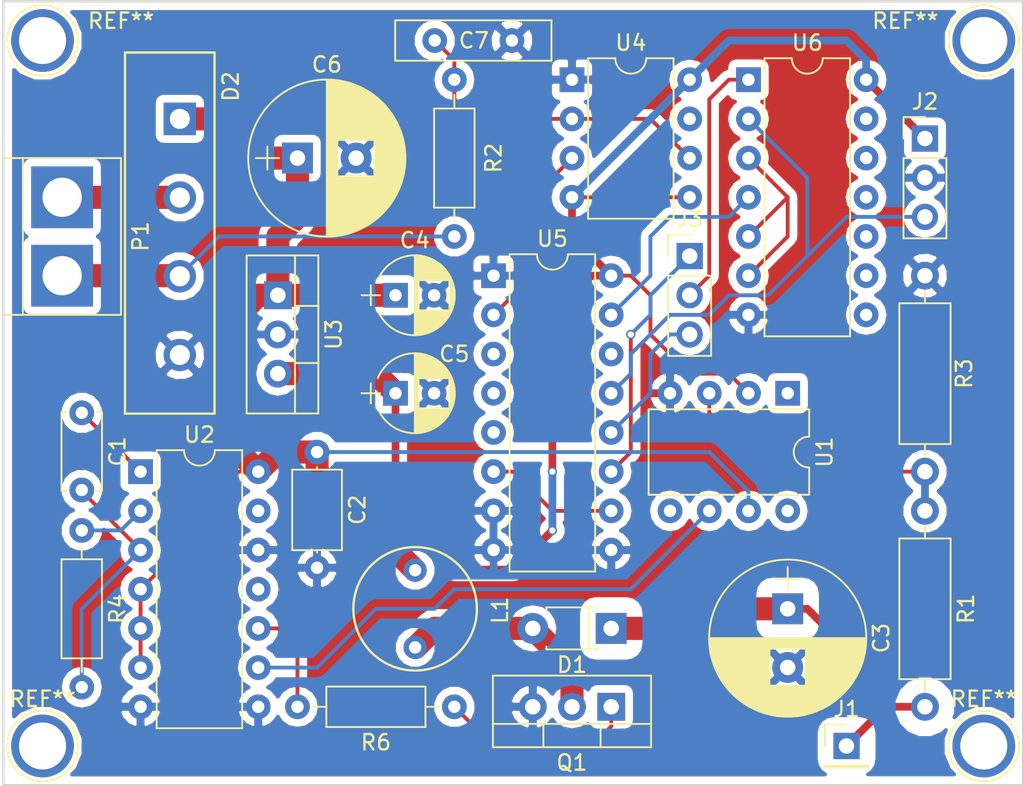
<source format=kicad_pcb>
(kicad_pcb (version 4) (host pcbnew 4.0.6)
  (layers (0 F.Cu signal) (31 B.Cu signal) (34 B.Paste user hide) (35 F.Paste user) (36 B.SilkS user hide) (37 F.SilkS user) (38 B.Mask user hide) (39 F.Mask user hide) (44 Edge.Cuts user))
  (net 0 "")
  (net 1 "Net-(C1-Pad1)")
  (net 2 "Net-(C1-Pad2)")
  (net 3 +12V)
  (net 4 GND)
  (net 5 +5V)
  (net 6 "Net-(D1-Pad2)")
  (net 7 -12VA)
  (net 8 +12VA)
  (net 9 /PPS/CLK_OUT)
  (net 10 "Net-(Q1-Pad1)")
  (net 11 "Net-(R1-Pad1)")
  (net 12 "Net-(R4-Pad1)")
  (net 13 "Net-(R6-Pad2)")
  (net 14 "Net-(U1-Pad1)")
  (net 15 "Net-(U1-Pad5)")
  (net 16 "Net-(U1-Pad6)")
  (net 17 "Net-(U2-Pad11)")
  (net 18 "Net-(U2-Pad13)")
  (net 19 "Net-(U5-Pad10)")
  (net 20 "Net-(U5-Pad3)")
  (net 21 "Net-(U5-Pad4)")
  (net 22 "Net-(U6-Pad3)")
  (net 23 "Net-(J3-Pad1)")
  (net 24 "Net-(J3-Pad2)")
  (net 25 "Net-(J3-Pad3)")
  (net 26 "Net-(U4-Pad3)")
  (net 27 "Net-(U4-Pad7)")
  (net 28 "Net-(U5-Pad5)")
  (net 29 "Net-(U5-Pad14)")
  (net 30 "Net-(U5-Pad15)")
  (net 31 +240V)
  (net 32 "Net-(C7-Pad1)")
  (module Housings_DIP:DIP-14_W7.62mm (layer F.Cu) (at 129.54 88.9)
    (fp_text reference U6 (at 3.81 -2.39) (layer F.SilkS))
    (fp_text value 4011)
    (pad 1 thru_hole rect (at 0 0) (size 1.6 1.6) (drill 0.8) (layers *.Cu *.Mask) (net 24 "Net-(J3-Pad2)"))
    (pad 8 thru_hole oval (at 7.62 15.24) (size 1.6 1.6) (drill 0.8) (layers *.Cu *.Mask))
    (pad 2 thru_hole oval (at 0 2.54) (size 1.6 1.6) (drill 0.8) (layers *.Cu *.Mask) (net 9 /PPS/CLK_OUT))
    (pad 9 thru_hole oval (at 7.62 12.7) (size 1.6 1.6) (drill 0.8) (layers *.Cu *.Mask))
    (pad 3 thru_hole oval (at 0 5.08) (size 1.6 1.6) (drill 0.8) (layers *.Cu *.Mask) (net 22 "Net-(U6-Pad3)"))
    (pad 10 thru_hole oval (at 7.62 10.16) (size 1.6 1.6) (drill 0.8) (layers *.Cu *.Mask))
    (pad 4 thru_hole oval (at 0 7.62) (size 1.6 1.6) (drill 0.8) (layers *.Cu *.Mask) (net 30 "Net-(U5-Pad15)"))
    (pad 11 thru_hole oval (at 7.62 7.62) (size 1.6 1.6) (drill 0.8) (layers *.Cu *.Mask))
    (pad 5 thru_hole oval (at 0 10.16) (size 1.6 1.6) (drill 0.8) (layers *.Cu *.Mask) (net 22 "Net-(U6-Pad3)"))
    (pad 12 thru_hole oval (at 7.62 5.08) (size 1.6 1.6) (drill 0.8) (layers *.Cu *.Mask))
    (pad 6 thru_hole oval (at 0 12.7) (size 1.6 1.6) (drill 0.8) (layers *.Cu *.Mask) (net 22 "Net-(U6-Pad3)"))
    (pad 13 thru_hole oval (at 7.62 2.54) (size 1.6 1.6) (drill 0.8) (layers *.Cu *.Mask))
    (pad 7 thru_hole oval (at 0 15.24) (size 1.6 1.6) (drill 0.8) (layers *.Cu *.Mask) (net 4 GND))
    (pad 14 thru_hole oval (at 7.62 0) (size 1.6 1.6) (drill 0.8) (layers *.Cu *.Mask) (net 5 +5V))
  )
  (module Housings_DIP:DIP-16_W7.62mm (layer F.Cu) (at 113.03 101.6)
    (fp_text reference U5 (at 3.81 -2.39) (layer F.SilkS))
    (fp_text value 4518)
    (pad 1 thru_hole rect (at 0 0) (size 1.6 1.6) (drill 0.8) (layers *.Cu *.Mask) (net 4 GND))
    (pad 9 thru_hole oval (at 7.62 17.78) (size 1.6 1.6) (drill 0.8) (layers *.Cu *.Mask) (net 4 GND))
    (pad 2 thru_hole oval (at 0 2.54) (size 1.6 1.6) (drill 0.8) (layers *.Cu *.Mask) (net 26 "Net-(U4-Pad3)"))
    (pad 10 thru_hole oval (at 7.62 15.24) (size 1.6 1.6) (drill 0.8) (layers *.Cu *.Mask) (net 19 "Net-(U5-Pad10)"))
    (pad 3 thru_hole oval (at 0 5.08) (size 1.6 1.6) (drill 0.8) (layers *.Cu *.Mask) (net 20 "Net-(U5-Pad3)"))
    (pad 11 thru_hole oval (at 7.62 12.7) (size 1.6 1.6) (drill 0.8) (layers *.Cu *.Mask) (net 23 "Net-(J3-Pad1)"))
    (pad 4 thru_hole oval (at 0 7.62) (size 1.6 1.6) (drill 0.8) (layers *.Cu *.Mask) (net 21 "Net-(U5-Pad4)"))
    (pad 12 thru_hole oval (at 7.62 10.16) (size 1.6 1.6) (drill 0.8) (layers *.Cu *.Mask) (net 25 "Net-(J3-Pad3)"))
    (pad 5 thru_hole oval (at 0 10.16) (size 1.6 1.6) (drill 0.8) (layers *.Cu *.Mask) (net 28 "Net-(U5-Pad5)"))
    (pad 13 thru_hole oval (at 7.62 7.62) (size 1.6 1.6) (drill 0.8) (layers *.Cu *.Mask) (net 9 /PPS/CLK_OUT))
    (pad 6 thru_hole oval (at 0 12.7) (size 1.6 1.6) (drill 0.8) (layers *.Cu *.Mask) (net 19 "Net-(U5-Pad10)"))
    (pad 14 thru_hole oval (at 7.62 5.08) (size 1.6 1.6) (drill 0.8) (layers *.Cu *.Mask) (net 29 "Net-(U5-Pad14)"))
    (pad 7 thru_hole oval (at 0 15.24) (size 1.6 1.6) (drill 0.8) (layers *.Cu *.Mask) (net 4 GND))
    (pad 15 thru_hole oval (at 7.62 2.54) (size 1.6 1.6) (drill 0.8) (layers *.Cu *.Mask) (net 30 "Net-(U5-Pad15)"))
    (pad 8 thru_hole oval (at 0 17.78) (size 1.6 1.6) (drill 0.8) (layers *.Cu *.Mask) (net 4 GND))
    (pad 16 thru_hole oval (at 7.62 0) (size 1.6 1.6) (drill 0.8) (layers *.Cu *.Mask) (net 5 +5V))
  )
  (module Capacitors_THT:C_Disc_D5.0mm_W2.5mm_P5.00mm (layer F.Cu) (at 86.36 110.49 270)
    (fp_text reference C1 (at 2.5 -2.31 270) (layer F.SilkS))
    (fp_text value 0.001uF)
    (pad 1 thru_hole circle (at 0 0 270) (size 1.6 1.6) (drill 0.8) (layers *.Cu *.Mask) (net 1 "Net-(C1-Pad1)"))
    (pad 2 thru_hole circle (at 5 0 270) (size 1.6 1.6) (drill 0.8) (layers *.Cu *.Mask) (net 2 "Net-(C1-Pad2)"))
  )
  (module Capacitors_THT:C_Axial_L5.1mm_D3.1mm_P7.50mm_Horizontal (layer F.Cu) (at 101.6 113.03 270)
    (fp_text reference C2 (at 3.75 -2.61 270) (layer F.SilkS))
    (fp_text value 0.1uF)
    (pad 1 thru_hole circle (at 0 0 270) (size 1.6 1.6) (drill 0.8) (layers *.Cu *.Mask) (net 3 +12V))
    (pad 2 thru_hole oval (at 7.5 0 270) (size 1.6 1.6) (drill 0.8) (layers *.Cu *.Mask) (net 4 GND))
  )
  (module Capacitors_THT:CP_Radial_D10.0mm_P3.80mm (layer F.Cu) (at 132.08 123.19 270)
    (fp_text reference C3 (at 1.9 -6.06 270) (layer F.SilkS))
    (fp_text value "10uF 315V")
    (pad 1 thru_hole rect (at 0 0 270) (size 2 2) (drill 1) (layers *.Cu *.Mask) (net 31 +240V))
    (pad 2 thru_hole circle (at 3.8 0 270) (size 2 2) (drill 1) (layers *.Cu *.Mask) (net 4 GND))
  )
  (module Capacitors_THT:CP_Radial_D5.0mm_P2.50mm (layer F.Cu) (at 106.68 102.87)
    (fp_text reference C4 (at 1.25 -3.56) (layer F.SilkS))
    (fp_text value 10uF)
    (pad 1 thru_hole rect (at 0 0) (size 1.6 1.6) (drill 0.8) (layers *.Cu *.Mask) (net 3 +12V))
    (pad 2 thru_hole circle (at 2.5 0) (size 1.6 1.6) (drill 0.8) (layers *.Cu *.Mask) (net 4 GND))
  )
  (module Capacitors_THT:CP_Radial_D5.0mm_P2.50mm (layer F.Cu) (at 106.68 109.22)
    (fp_text reference C5 (at 3.81 -2.54) (layer F.SilkS))
    (fp_text value 10uF)
    (pad 1 thru_hole rect (at 0 0) (size 1.6 1.6) (drill 0.8) (layers *.Cu *.Mask) (net 5 +5V))
    (pad 2 thru_hole circle (at 2.5 0) (size 1.6 1.6) (drill 0.8) (layers *.Cu *.Mask) (net 4 GND))
  )
  (module Capacitors_THT:CP_Radial_D10.0mm_P3.80mm (layer F.Cu) (at 100.33 93.98)
    (fp_text reference C6 (at 1.9 -6.06) (layer F.SilkS))
    (fp_text value 470uF)
    (pad 1 thru_hole rect (at 0 0) (size 2 2) (drill 1) (layers *.Cu *.Mask) (net 3 +12V))
    (pad 2 thru_hole circle (at 3.8 0) (size 2 2) (drill 1) (layers *.Cu *.Mask) (net 4 GND))
  )
  (module Diodes_THT:D_T-1_P5.08mm_Horizontal (layer F.Cu) (at 120.65 124.46 180)
    (fp_text reference D1 (at 2.54 -2.36 180) (layer F.SilkS))
    (fp_text value "D_HV 400V")
    (pad 1 thru_hole rect (at 0 0 180) (size 2 2) (drill 1) (layers *.Cu *.Mask) (net 31 +240V))
    (pad 2 thru_hole oval (at 5.08 0 180) (size 2 2) (drill 1) (layers *.Cu *.Mask) (net 6 "Net-(D1-Pad2)"))
  )
  (module Diodes_THT:Diode_Bridge_18.5x5.5 (layer F.Cu) (at 92.71 91.44 270)
    (fp_text reference D2 (at -2.1 -3.3 270) (layer F.SilkS))
    (fp_text value D_Bridge_+AA-)
    (pad 3 thru_hole rect (at 0 0 270) (size 2.1 2.1) (drill 1.3) (layers *.Cu *.Mask) (net 3 +12V))
    (pad 2 thru_hole circle (at 5.1 0 270) (size 2.1 2.1) (drill 1.3) (layers *.Cu *.Mask) (net 7 -12VA))
    (pad 1 thru_hole circle (at 15.3 0 270) (size 2.1 2.1) (drill 1.3) (layers *.Cu *.Mask) (net 4 GND))
    (pad 4 thru_hole circle (at 10.2 0 270) (size 2.1 2.1) (drill 1.3) (layers *.Cu *.Mask) (net 8 +12VA))
  )
  (module Inductors_NEOSID:Neosid_Inductor_Sd8 (layer F.Cu) (at 107.95 123.19 270)
    (fp_text reference L1 (at 0.09906 -5.4991 270) (layer F.SilkS))
    (fp_text value 100uH)
    (pad 2 thru_hole circle (at 2.49936 0 270) (size 1.50114 1.50114) (drill 0.8001) (layers *.Cu *.Mask) (net 6 "Net-(D1-Pad2)"))
    (pad 1 thru_hole circle (at -2.49936 0 270) (size 1.50114 1.50114) (drill 0.8001) (layers *.Cu *.Mask) (net 3 +12V))
  )
  (module TO_SOT_Packages_THT:TO-220_Vertical (layer F.Cu) (at 120.65 129.54 180)
    (fp_text reference Q1 (at 2.54 -3.62 180) (layer F.SilkS))
    (fp_text value FQPF4N90CT)
    (pad 1 thru_hole rect (at 0 0 180) (size 1.8 1.8) (drill 1) (layers *.Cu *.Mask) (net 10 "Net-(Q1-Pad1)"))
    (pad 2 thru_hole oval (at 2.54 0 180) (size 1.8 1.8) (drill 1) (layers *.Cu *.Mask) (net 6 "Net-(D1-Pad2)"))
    (pad 3 thru_hole oval (at 5.08 0 180) (size 1.8 1.8) (drill 1) (layers *.Cu *.Mask) (net 4 GND))
  )
  (module hv:R_Axial_DIN0309_L9.0mm_D3.2mm_P12.70mm_Horizontal_Thick (layer F.Cu) (at 140.97 116.84 270)
    (fp_text reference R1 (at 6.35 -2.66 270) (layer F.SilkS))
    (fp_text value 220K)
    (pad 1 thru_hole circle (at 0 0 270) (size 1.8 1.8) (drill 1) (layers *.Cu *.Mask) (net 11 "Net-(R1-Pad1)"))
    (pad 2 thru_hole circle (at 12.7 0 270) (size 1.8 1.8) (drill 1) (layers *.Cu *.Mask) (net 31 +240V))
  )
  (module Resistors_THT:R_Axial_DIN0207_L6.3mm_D2.5mm_P10.16mm_Horizontal (layer F.Cu) (at 110.49 99.06 90)
    (fp_text reference R2 (at 5.08 2.54 90) (layer F.SilkS))
    (fp_text value 1K)
    (pad 1 thru_hole circle (at 0 0 90) (size 1.6 1.6) (drill 0.8) (layers *.Cu *.Mask) (net 8 +12VA))
    (pad 2 thru_hole oval (at 10.16 0 90) (size 1.6 1.6) (drill 0.8) (layers *.Cu *.Mask) (net 32 "Net-(C7-Pad1)"))
  )
  (module hv:R_Axial_DIN0309_L9.0mm_D3.2mm_P12.70mm_Horizontal_Thick (layer F.Cu) (at 140.97 114.3 90)
    (fp_text reference R3 (at 6.35 2.54 90) (layer F.SilkS))
    (fp_text value 4.7K)
    (pad 1 thru_hole circle (at 0 0 90) (size 1.8 1.8) (drill 1) (layers *.Cu *.Mask) (net 11 "Net-(R1-Pad1)"))
    (pad 2 thru_hole circle (at 12.7 0 90) (size 1.8 1.8) (drill 1) (layers *.Cu *.Mask) (net 4 GND))
  )
  (module Resistors_THT:R_Axial_DIN0207_L6.3mm_D2.5mm_P10.16mm_Horizontal (layer F.Cu) (at 86.36 118.11 270)
    (fp_text reference R4 (at 5.08 -2.31 270) (layer F.SilkS))
    (fp_text value 10K)
    (pad 1 thru_hole circle (at 0 0 270) (size 1.6 1.6) (drill 0.8) (layers *.Cu *.Mask) (net 12 "Net-(R4-Pad1)"))
    (pad 2 thru_hole oval (at 10.16 0 270) (size 1.6 1.6) (drill 0.8) (layers *.Cu *.Mask) (net 2 "Net-(C1-Pad2)"))
  )
  (module Resistors_THT:R_Axial_DIN0207_L6.3mm_D2.5mm_P10.16mm_Horizontal (layer F.Cu) (at 110.49 129.54 180)
    (fp_text reference R6 (at 5.08 -2.31 180) (layer F.SilkS))
    (fp_text value 120)
    (pad 1 thru_hole circle (at 0 0 180) (size 1.6 1.6) (drill 0.8) (layers *.Cu *.Mask) (net 10 "Net-(Q1-Pad1)"))
    (pad 2 thru_hole oval (at 10.16 0 180) (size 1.6 1.6) (drill 0.8) (layers *.Cu *.Mask) (net 13 "Net-(R6-Pad2)"))
  )
  (module Housings_DIP:DIP-8_W7.62mm (layer F.Cu) (at 132.08 109.22 270)
    (fp_text reference U1 (at 3.81 -2.39 270) (layer F.SilkS))
    (fp_text value LM741)
    (pad 1 thru_hole rect (at 0 0 270) (size 1.6 1.6) (drill 0.8) (layers *.Cu *.Mask) (net 14 "Net-(U1-Pad1)"))
    (pad 5 thru_hole oval (at 7.62 7.62 270) (size 1.6 1.6) (drill 0.8) (layers *.Cu *.Mask) (net 15 "Net-(U1-Pad5)"))
    (pad 2 thru_hole oval (at 0 2.54 270) (size 1.6 1.6) (drill 0.8) (layers *.Cu *.Mask) (net 5 +5V))
    (pad 6 thru_hole oval (at 7.62 5.08 270) (size 1.6 1.6) (drill 0.8) (layers *.Cu *.Mask) (net 16 "Net-(U1-Pad6)"))
    (pad 3 thru_hole oval (at 0 5.08 270) (size 1.6 1.6) (drill 0.8) (layers *.Cu *.Mask) (net 11 "Net-(R1-Pad1)"))
    (pad 7 thru_hole oval (at 7.62 2.54 270) (size 1.6 1.6) (drill 0.8) (layers *.Cu *.Mask) (net 3 +12V))
    (pad 4 thru_hole oval (at 0 7.62 270) (size 1.6 1.6) (drill 0.8) (layers *.Cu *.Mask) (net 4 GND))
    (pad 8 thru_hole oval (at 7.62 0 270) (size 1.6 1.6) (drill 0.8) (layers *.Cu *.Mask))
  )
  (module Housings_DIP:DIP-14_W7.62mm (layer F.Cu) (at 90.17 114.3)
    (fp_text reference U2 (at 3.81 -2.39) (layer F.SilkS))
    (fp_text value 4047)
    (pad 1 thru_hole rect (at 0 0) (size 1.6 1.6) (drill 0.8) (layers *.Cu *.Mask) (net 1 "Net-(C1-Pad1)"))
    (pad 8 thru_hole oval (at 7.62 15.24) (size 1.6 1.6) (drill 0.8) (layers *.Cu *.Mask) (net 4 GND))
    (pad 2 thru_hole oval (at 0 2.54) (size 1.6 1.6) (drill 0.8) (layers *.Cu *.Mask) (net 12 "Net-(R4-Pad1)"))
    (pad 9 thru_hole oval (at 7.62 12.7) (size 1.6 1.6) (drill 0.8) (layers *.Cu *.Mask) (net 16 "Net-(U1-Pad6)"))
    (pad 3 thru_hole oval (at 0 5.08) (size 1.6 1.6) (drill 0.8) (layers *.Cu *.Mask) (net 2 "Net-(C1-Pad2)"))
    (pad 10 thru_hole oval (at 7.62 10.16) (size 1.6 1.6) (drill 0.8) (layers *.Cu *.Mask) (net 13 "Net-(R6-Pad2)"))
    (pad 4 thru_hole oval (at 0 7.62) (size 1.6 1.6) (drill 0.8) (layers *.Cu *.Mask) (net 3 +12V))
    (pad 11 thru_hole oval (at 7.62 7.62) (size 1.6 1.6) (drill 0.8) (layers *.Cu *.Mask) (net 17 "Net-(U2-Pad11)"))
    (pad 5 thru_hole oval (at 0 10.16) (size 1.6 1.6) (drill 0.8) (layers *.Cu *.Mask) (net 3 +12V))
    (pad 12 thru_hole oval (at 7.62 5.08) (size 1.6 1.6) (drill 0.8) (layers *.Cu *.Mask) (net 4 GND))
    (pad 6 thru_hole oval (at 0 12.7) (size 1.6 1.6) (drill 0.8) (layers *.Cu *.Mask) (net 3 +12V))
    (pad 13 thru_hole oval (at 7.62 2.54) (size 1.6 1.6) (drill 0.8) (layers *.Cu *.Mask) (net 18 "Net-(U2-Pad13)"))
    (pad 7 thru_hole oval (at 0 15.24) (size 1.6 1.6) (drill 0.8) (layers *.Cu *.Mask) (net 4 GND))
    (pad 14 thru_hole oval (at 7.62 0) (size 1.6 1.6) (drill 0.8) (layers *.Cu *.Mask) (net 3 +12V))
  )
  (module TO_SOT_Packages_THT:TO-220_Vertical (layer F.Cu) (at 99.06 102.87 270)
    (fp_text reference U3 (at 2.54 -3.62 270) (layer F.SilkS))
    (fp_text value 7805)
    (pad 1 thru_hole rect (at 0 0 270) (size 1.8 1.8) (drill 1) (layers *.Cu *.Mask) (net 3 +12V))
    (pad 2 thru_hole oval (at 2.54 0 270) (size 1.8 1.8) (drill 1) (layers *.Cu *.Mask) (net 4 GND))
    (pad 3 thru_hole oval (at 5.08 0 270) (size 1.8 1.8) (drill 1) (layers *.Cu *.Mask) (net 5 +5V))
  )
  (module Housings_DIP:DIP-8_W7.62mm (layer F.Cu) (at 118.11 88.9)
    (fp_text reference U4 (at 3.81 -2.39) (layer F.SilkS))
    (fp_text value LM555N)
    (pad 1 thru_hole rect (at 0 0) (size 1.6 1.6) (drill 0.8) (layers *.Cu *.Mask) (net 4 GND))
    (pad 5 thru_hole oval (at 7.62 7.62) (size 1.6 1.6) (drill 0.8) (layers *.Cu *.Mask) (net 5 +5V))
    (pad 2 thru_hole oval (at 0 2.54) (size 1.6 1.6) (drill 0.8) (layers *.Cu *.Mask) (net 32 "Net-(C7-Pad1)"))
    (pad 6 thru_hole oval (at 7.62 5.08) (size 1.6 1.6) (drill 0.8) (layers *.Cu *.Mask) (net 32 "Net-(C7-Pad1)"))
    (pad 3 thru_hole oval (at 0 5.08) (size 1.6 1.6) (drill 0.8) (layers *.Cu *.Mask) (net 26 "Net-(U4-Pad3)"))
    (pad 7 thru_hole oval (at 7.62 2.54) (size 1.6 1.6) (drill 0.8) (layers *.Cu *.Mask) (net 27 "Net-(U4-Pad7)"))
    (pad 4 thru_hole oval (at 0 7.62) (size 1.6 1.6) (drill 0.8) (layers *.Cu *.Mask) (net 5 +5V))
    (pad 8 thru_hole oval (at 7.62 0) (size 1.6 1.6) (drill 0.8) (layers *.Cu *.Mask) (net 5 +5V))
  )
  (module Connectors:1pin (layer F.Cu) (at 144.78 86.36)
    (fp_text reference REF** (at -5.08 -1.27) (layer F.SilkS))
    (fp_text value 1pin)
    (pad 1 thru_hole circle (at 0 0) (size 4.064 4.064) (drill 3.048) (layers *.Cu *.Mask))
  )
  (module Connectors:1pin (layer F.Cu) (at 83.82 86.36)
    (fp_text reference REF** (at 5.08 -1.27) (layer F.SilkS))
    (fp_text value 1pin)
    (pad 1 thru_hole circle (at 0 0) (size 4.064 4.064) (drill 3.048) (layers *.Cu *.Mask))
  )
  (module Connectors:1pin (layer F.Cu) (at 83.82 132.08)
    (fp_text reference REF** (at 0 -3.048) (layer F.SilkS))
    (fp_text value 1pin)
    (pad 1 thru_hole circle (at 0 0) (size 4.064 4.064) (drill 3.048) (layers *.Cu *.Mask))
  )
  (module Connectors:1pin (layer F.Cu) (at 144.78 132.08)
    (fp_text reference REF** (at 0 -3.048) (layer F.SilkS))
    (fp_text value 1pin)
    (pad 1 thru_hole circle (at 0 0) (size 4.064 4.064) (drill 3.048) (layers *.Cu *.Mask))
  )
  (module Connectors:bornier2 (layer F.Cu) (at 85.09 96.52 270)
    (fp_text reference P1 (at 2.54 -5.08 270) (layer F.SilkS))
    (fp_text value CONN_01X02)
    (pad 1 thru_hole rect (at 0 0 270) (size 4 4) (drill 2.54) (layers *.Cu *.Mask) (net 7 -12VA))
    (pad 2 thru_hole rect (at 5.08 0 270) (size 4 4) (drill 2.54) (layers *.Cu *.Mask) (net 8 +12VA))
  )
  (module Capacitors_THT:C_Disc_D10.0mm_W2.5mm_P5.00mm (layer F.Cu) (at 109.22 86.36)
    (fp_text reference C7 (at 2.54 0) (layer F.SilkS))
    (fp_text value 0.1uF)
    (pad 1 thru_hole circle (at 0 0) (size 1.6 1.6) (drill 0.8) (layers *.Cu *.Mask) (net 32 "Net-(C7-Pad1)"))
    (pad 2 thru_hole circle (at 5 0) (size 1.6 1.6) (drill 0.8) (layers *.Cu *.Mask) (net 4 GND))
  )
  (module Pin_Headers:Pin_Header_Straight_1x01_Pitch2.54mm (layer F.Cu) (at 135.89 132.08)
    (fp_text reference J1 (at 0 -2.39) (layer F.SilkS))
    (fp_text value CONN_01X01)
    (pad 1 thru_hole rect (at 0 0) (size 1.7 1.7) (drill 1) (layers *.Cu *.Mask) (net 31 +240V))
  )
  (module Pin_Headers:Pin_Header_Straight_1x03_Pitch2.54mm (layer F.Cu) (at 140.97 92.71)
    (fp_text reference J2 (at 0 -2.39) (layer F.SilkS))
    (fp_text value CONN_01X03)
    (pad 1 thru_hole rect (at 0 0) (size 1.7 1.7) (drill 1) (layers *.Cu *.Mask) (net 5 +5V))
    (pad 2 thru_hole oval (at 0 2.54) (size 1.7 1.7) (drill 1) (layers *.Cu *.Mask) (net 4 GND))
    (pad 3 thru_hole oval (at 0 5.08) (size 1.7 1.7) (drill 1) (layers *.Cu *.Mask) (net 9 /PPS/CLK_OUT))
  )
  (module Pin_Headers:Pin_Header_Straight_1x03_Pitch2.54mm (layer F.Cu) (at 125.73 100.33)
    (fp_text reference J3 (at 0 -2.39) (layer F.SilkS))
    (fp_text value CONN_01X03)
    (pad 1 thru_hole rect (at 0 0) (size 1.7 1.7) (drill 1) (layers *.Cu *.Mask) (net 23 "Net-(J3-Pad1)"))
    (pad 2 thru_hole oval (at 0 2.54) (size 1.7 1.7) (drill 1) (layers *.Cu *.Mask) (net 24 "Net-(J3-Pad2)"))
    (pad 3 thru_hole oval (at 0 5.08) (size 1.7 1.7) (drill 1) (layers *.Cu *.Mask) (net 25 "Net-(J3-Pad3)"))
  )
  (gr_line (start 81.28 134.62) (end 81.28 83.82) (angle 90) (layer Edge.Cuts) (width 0.15))
  (gr_line (start 147.32 134.62) (end 81.28 134.62) (angle 90) (layer Edge.Cuts) (width 0.15))
  (gr_line (start 147.32 83.82) (end 147.32 134.62) (angle 90) (layer Edge.Cuts) (width 0.15))
  (gr_line (start 81.28 83.82) (end 147.32 83.82) (angle 90) (layer Edge.Cuts) (width 0.15))
  (segment (start 86.36 110.49) (end 90.17 114.3) (width 0.25) (layer F.Cu) (net 1))
  (segment (start 86.36 128.27) (end 86.36 123.19) (width 0.25) (layer B.Cu) (net 2))
  (segment (start 86.36 123.19) (end 90.17 119.38) (width 0.25) (layer B.Cu) (net 2))
  (segment (start 86.36 115.49) (end 86.36 115.57) (width 0.5) (layer F.Cu) (net 2))
  (segment (start 86.36 115.57) (end 90.17 119.38) (width 0.25) (layer F.Cu) (net 2))
  (segment (start 129.54 116.84) (end 129.54 115.57) (width 0.25) (layer B.Cu) (net 3))
  (segment (start 127 113.03) (end 101.6 113.03) (width 0.25) (layer B.Cu) (net 3))
  (segment (start 129.54 115.57) (end 127 113.03) (width 0.25) (layer B.Cu) (net 3))
  (segment (start 99.06 102.87) (end 97.79 102.87) (width 1.5) (layer F.Cu) (net 3))
  (segment (start 96.52 113.03) (end 97.79 114.3) (width 1.5) (layer F.Cu) (net 3))
  (segment (start 96.52 104.14) (end 96.52 113.03) (width 1.5) (layer F.Cu) (net 3))
  (segment (start 97.79 102.87) (end 96.52 104.14) (width 1.5) (layer F.Cu) (net 3))
  (segment (start 100.33 93.98) (end 100.33 97.79) (width 1.5) (layer F.Cu) (net 3))
  (segment (start 99.06 99.06) (end 99.06 102.87) (width 1.5) (layer F.Cu) (net 3))
  (segment (start 100.33 97.79) (end 99.06 99.06) (width 1.5) (layer F.Cu) (net 3))
  (segment (start 99.06 102.87) (end 106.68 102.87) (width 1.5) (layer F.Cu) (net 3))
  (segment (start 107.99064 120.69064) (end 107.95 120.69064) (width 0.25) (layer F.Cu) (net 3))
  (segment (start 100.33 93.98) (end 97.79 93.98) (width 1.5) (layer F.Cu) (net 3))
  (segment (start 95.25 91.44) (end 92.71 91.44) (width 1.5) (layer F.Cu) (net 3))
  (segment (start 97.79 93.98) (end 95.25 91.44) (width 1.5) (layer F.Cu) (net 3))
  (segment (start 90.17 121.92) (end 90.17 124.46) (width 0.25) (layer F.Cu) (net 3))
  (segment (start 90.17 124.46) (end 90.17 127) (width 0.25) (layer F.Cu) (net 3))
  (segment (start 101.6 113.03) (end 99.06 113.03) (width 1.5) (layer F.Cu) (net 3))
  (segment (start 99.06 113.03) (end 97.79 114.3) (width 1.5) (layer F.Cu) (net 3))
  (segment (start 97.79 114.3) (end 96.52 114.3) (width 0.25) (layer F.Cu) (net 3))
  (segment (start 96.52 114.3) (end 92.71 118.11) (width 0.25) (layer F.Cu) (net 3))
  (segment (start 92.71 118.11) (end 92.71 119.38) (width 0.25) (layer F.Cu) (net 3))
  (segment (start 92.71 119.38) (end 90.17 121.92) (width 0.25) (layer F.Cu) (net 3))
  (segment (start 101.6 113.03) (end 101.6 114.34064) (width 1.5) (layer F.Cu) (net 3))
  (segment (start 101.6 114.34064) (end 107.95 120.69064) (width 1.5) (layer F.Cu) (net 3))
  (segment (start 104.14 93.98) (end 104.13 93.98) (width 0.25) (layer B.Cu) (net 4))
  (segment (start 118.11 96.52) (end 125.73 96.52) (width 0.25) (layer F.Cu) (net 5))
  (segment (start 99.06 107.95) (end 105.41 107.95) (width 1.5) (layer F.Cu) (net 5))
  (segment (start 105.41 107.95) (end 106.68 109.22) (width 1.5) (layer F.Cu) (net 5))
  (segment (start 120.65 101.6) (end 121.92 101.6) (width 0.25) (layer F.Cu) (net 5))
  (segment (start 128.27 107.95) (end 129.54 109.22) (width 0.25) (layer F.Cu) (net 5))
  (segment (start 125.73 107.95) (end 128.27 107.95) (width 0.25) (layer F.Cu) (net 5))
  (segment (start 123.19 105.41) (end 125.73 107.95) (width 0.25) (layer F.Cu) (net 5))
  (segment (start 123.19 102.87) (end 123.19 105.41) (width 0.25) (layer F.Cu) (net 5))
  (segment (start 121.92 101.6) (end 123.19 102.87) (width 0.25) (layer F.Cu) (net 5))
  (segment (start 140.97 92.71) (end 137.16 88.9) (width 0.5) (layer F.Cu) (net 5))
  (segment (start 118.11 96.52) (end 125.73 88.9) (width 0.5) (layer B.Cu) (net 5))
  (segment (start 125.73 88.9) (end 128.27 86.36) (width 0.5) (layer B.Cu) (net 5))
  (segment (start 137.16 87.63) (end 137.16 88.9) (width 0.5) (layer B.Cu) (net 5))
  (segment (start 135.89 86.36) (end 137.16 87.63) (width 0.5) (layer B.Cu) (net 5))
  (segment (start 128.27 86.36) (end 135.89 86.36) (width 0.5) (layer B.Cu) (net 5))
  (segment (start 118.11 96.52) (end 118.11 99.06) (width 0.5) (layer F.Cu) (net 5))
  (segment (start 118.11 99.06) (end 120.65 101.6) (width 0.5) (layer F.Cu) (net 5))
  (segment (start 106.68 109.22) (end 106.68 116.84) (width 0.5) (layer F.Cu) (net 5))
  (segment (start 119.38 101.6) (end 120.65 101.6) (width 0.5) (layer F.Cu) (net 5))
  (segment (start 116.84 104.14) (end 119.38 101.6) (width 0.5) (layer F.Cu) (net 5))
  (segment (start 116.84 114.3) (end 116.84 104.14) (width 0.5) (layer F.Cu) (net 5))
  (via (at 116.84 114.3) (size 0.6) (drill 0.4) (layers F.Cu B.Cu) (net 5))
  (segment (start 116.84 118.11) (end 116.84 114.3) (width 0.5) (layer B.Cu) (net 5))
  (via (at 116.84 118.11) (size 0.6) (drill 0.4) (layers F.Cu B.Cu) (net 5))
  (segment (start 114.3 120.65) (end 116.84 118.11) (width 0.5) (layer F.Cu) (net 5))
  (segment (start 110.49 120.65) (end 114.3 120.65) (width 0.5) (layer F.Cu) (net 5))
  (segment (start 106.68 116.84) (end 110.49 120.65) (width 0.5) (layer F.Cu) (net 5))
  (segment (start 118.11 129.54) (end 118.11 127) (width 1.5) (layer F.Cu) (net 6))
  (segment (start 118.11 127) (end 115.57 124.46) (width 1.5) (layer F.Cu) (net 6))
  (segment (start 107.95 125.68936) (end 107.99064 125.68936) (width 1.5) (layer F.Cu) (net 6))
  (segment (start 107.99064 125.68936) (end 109.22 124.46) (width 1.5) (layer F.Cu) (net 6))
  (segment (start 109.22 124.46) (end 115.57 124.46) (width 1.5) (layer F.Cu) (net 6))
  (segment (start 92.73 96.52) (end 85.09 96.52) (width 1.5) (layer F.Cu) (net 7))
  (segment (start 92.71 101.64) (end 92.71 101.6) (width 0.25) (layer B.Cu) (net 8))
  (segment (start 92.71 101.6) (end 95.25 99.06) (width 0.25) (layer B.Cu) (net 8))
  (segment (start 95.25 99.06) (end 110.49 99.06) (width 0.25) (layer B.Cu) (net 8))
  (segment (start 85.09 101.6) (end 92.67 101.6) (width 1.5) (layer F.Cu) (net 8))
  (segment (start 140.97 97.79) (end 135.89 97.79) (width 0.25) (layer B.Cu) (net 9))
  (segment (start 135.89 97.79) (end 133.35 100.33) (width 0.25) (layer B.Cu) (net 9))
  (segment (start 133.35 100.33) (end 133.35 95.25) (width 0.25) (layer B.Cu) (net 9))
  (segment (start 121.92 107.95) (end 121.92 106.68) (width 0.25) (layer B.Cu) (net 9))
  (segment (start 121.92 106.68) (end 124.46 104.14) (width 0.25) (layer B.Cu) (net 9))
  (segment (start 124.46 104.14) (end 127 104.14) (width 0.25) (layer B.Cu) (net 9))
  (segment (start 127 104.14) (end 128.27 102.87) (width 0.25) (layer B.Cu) (net 9))
  (segment (start 128.27 102.87) (end 130.81 102.87) (width 0.25) (layer B.Cu) (net 9))
  (segment (start 130.81 102.87) (end 133.35 100.33) (width 0.25) (layer B.Cu) (net 9))
  (segment (start 120.65 109.22) (end 121.92 107.95) (width 0.25) (layer B.Cu) (net 9))
  (segment (start 133.35 95.25) (end 129.54 91.44) (width 0.25) (layer B.Cu) (net 9))
  (segment (start 110.49 129.54) (end 113.03 132.08) (width 0.25) (layer F.Cu) (net 10))
  (segment (start 113.03 132.08) (end 119.38 132.08) (width 0.25) (layer F.Cu) (net 10))
  (segment (start 119.38 132.08) (end 120.65 130.81) (width 0.25) (layer F.Cu) (net 10))
  (segment (start 120.65 130.81) (end 120.65 129.54) (width 0.25) (layer F.Cu) (net 10))
  (segment (start 127 109.22) (end 127 110.49) (width 0.25) (layer F.Cu) (net 11))
  (segment (start 130.81 114.3) (end 140.97 114.3) (width 0.25) (layer F.Cu) (net 11))
  (segment (start 127 110.49) (end 130.81 114.3) (width 0.25) (layer F.Cu) (net 11))
  (segment (start 140.97 116.84) (end 140.97 114.3) (width 0.5) (layer B.Cu) (net 11))
  (segment (start 86.36 118.11) (end 88.9 118.11) (width 0.25) (layer B.Cu) (net 12))
  (segment (start 88.9 118.11) (end 90.17 116.84) (width 0.25) (layer B.Cu) (net 12))
  (segment (start 97.79 124.46) (end 99.06 124.46) (width 0.25) (layer F.Cu) (net 13))
  (segment (start 99.06 124.46) (end 100.33 125.73) (width 0.25) (layer F.Cu) (net 13))
  (segment (start 100.33 125.73) (end 100.33 129.54) (width 0.25) (layer F.Cu) (net 13))
  (segment (start 127 116.84) (end 121.92 121.92) (width 0.25) (layer B.Cu) (net 16))
  (segment (start 101.6 127) (end 97.79 127) (width 0.25) (layer B.Cu) (net 16))
  (segment (start 105.41 123.19) (end 101.6 127) (width 0.25) (layer B.Cu) (net 16))
  (segment (start 109.22 123.19) (end 105.41 123.19) (width 0.25) (layer B.Cu) (net 16))
  (segment (start 110.49 121.92) (end 109.22 123.19) (width 0.25) (layer B.Cu) (net 16))
  (segment (start 121.92 121.92) (end 110.49 121.92) (width 0.25) (layer B.Cu) (net 16))
  (segment (start 113.03 114.3) (end 114.3 114.3) (width 0.25) (layer F.Cu) (net 19))
  (segment (start 116.84 116.84) (end 120.65 116.84) (width 0.25) (layer F.Cu) (net 19))
  (segment (start 114.3 114.3) (end 116.84 116.84) (width 0.25) (layer F.Cu) (net 19))
  (segment (start 129.54 99.06) (end 132.08 96.52) (width 0.25) (layer F.Cu) (net 22))
  (segment (start 129.54 93.98) (end 132.08 96.52) (width 0.25) (layer F.Cu) (net 22))
  (segment (start 132.08 99.06) (end 129.54 101.6) (width 0.25) (layer F.Cu) (net 22))
  (segment (start 132.08 96.52) (end 132.08 99.06) (width 0.25) (layer F.Cu) (net 22))
  (segment (start 120.65 114.3) (end 121.92 113.03) (width 0.25) (layer F.Cu) (net 23))
  (segment (start 123.19 102.87) (end 125.73 100.33) (width 0.25) (layer B.Cu) (net 23))
  (segment (start 123.19 104.14) (end 123.19 102.87) (width 0.25) (layer B.Cu) (net 23))
  (segment (start 121.92 105.41) (end 123.19 104.14) (width 0.25) (layer B.Cu) (net 23))
  (via (at 121.92 105.41) (size 0.6) (drill 0.4) (layers F.Cu B.Cu) (net 23))
  (segment (start 121.92 113.03) (end 121.92 105.41) (width 0.25) (layer F.Cu) (net 23))
  (segment (start 129.54 88.9) (end 128.27 88.9) (width 0.25) (layer F.Cu) (net 24))
  (segment (start 127 101.6) (end 125.73 102.87) (width 0.25) (layer F.Cu) (net 24))
  (segment (start 127 90.17) (end 127 101.6) (width 0.25) (layer F.Cu) (net 24))
  (segment (start 128.27 88.9) (end 127 90.17) (width 0.25) (layer F.Cu) (net 24))
  (segment (start 120.65 111.76) (end 123.19 109.22) (width 0.25) (layer B.Cu) (net 25))
  (segment (start 124.46 105.41) (end 125.73 105.41) (width 0.25) (layer B.Cu) (net 25))
  (segment (start 123.19 106.68) (end 124.46 105.41) (width 0.25) (layer B.Cu) (net 25))
  (segment (start 123.19 109.22) (end 123.19 106.68) (width 0.25) (layer B.Cu) (net 25))
  (segment (start 113.03 104.14) (end 115.57 101.6) (width 0.25) (layer F.Cu) (net 26))
  (segment (start 115.57 96.52) (end 118.11 93.98) (width 0.25) (layer F.Cu) (net 26))
  (segment (start 115.57 101.6) (end 115.57 96.52) (width 0.25) (layer F.Cu) (net 26))
  (segment (start 129.54 96.52) (end 128.27 97.79) (width 0.25) (layer B.Cu) (net 30))
  (segment (start 123.19 101.6) (end 120.65 104.14) (width 0.25) (layer B.Cu) (net 30))
  (segment (start 123.19 99.06) (end 123.19 101.6) (width 0.25) (layer B.Cu) (net 30))
  (segment (start 124.46 97.79) (end 123.19 99.06) (width 0.25) (layer B.Cu) (net 30))
  (segment (start 128.27 97.79) (end 124.46 97.79) (width 0.25) (layer B.Cu) (net 30))
  (segment (start 138.43 129.54) (end 138.43 128.27) (width 0.5) (layer F.Cu) (net 31))
  (segment (start 133.35 123.19) (end 132.08 123.19) (width 0.5) (layer F.Cu) (net 31))
  (segment (start 138.43 128.27) (end 133.35 123.19) (width 0.5) (layer F.Cu) (net 31))
  (segment (start 140.97 129.54) (end 138.43 129.54) (width 0.5) (layer F.Cu) (net 31))
  (segment (start 138.43 129.54) (end 135.89 132.08) (width 0.5) (layer F.Cu) (net 31))
  (segment (start 120.65 124.46) (end 125.73 124.46) (width 1.5) (layer F.Cu) (net 31))
  (segment (start 125.73 124.46) (end 127 123.19) (width 1.5) (layer F.Cu) (net 31))
  (segment (start 127 123.19) (end 132.08 123.19) (width 1.5) (layer F.Cu) (net 31))
  (segment (start 110.49 88.9) (end 110.49 87.63) (width 0.25) (layer F.Cu) (net 32))
  (segment (start 110.49 87.63) (end 109.22 86.36) (width 0.25) (layer F.Cu) (net 32))
  (segment (start 110.49 88.9) (end 110.49 90.17) (width 0.25) (layer F.Cu) (net 32))
  (segment (start 111.76 91.44) (end 118.11 91.44) (width 0.25) (layer F.Cu) (net 32))
  (segment (start 110.49 90.17) (end 111.76 91.44) (width 0.25) (layer F.Cu) (net 32))
  (segment (start 125.73 93.98) (end 123.19 91.44) (width 0.25) (layer F.Cu) (net 32))
  (segment (start 123.19 91.44) (end 118.11 91.44) (width 0.25) (layer F.Cu) (net 32))
  (zone (net 4) (net_name GND) (layer B.Cu) (connect_pads (clearance 0.5)) (min_thickness 0.254) (fill yes (arc_segments 16) (thermal_gap 0.508) (thermal_bridge_width 0.508))
    (polygon (pts (xy 147.32 134.62) (xy 81.28 134.62) (xy 81.28 83.82) (xy 147.32 83.82)))
  )
  (zone (net 4) (net_name GND) (layer F.Cu) (connect_pads (clearance 0.5)) (min_thickness 0.254) (fill yes (arc_segments 16) (thermal_gap 0.508) (thermal_bridge_width 0.508))
    (polygon (pts (xy 147.32 134.62) (xy 81.28 134.62) (xy 81.28 83.82) (xy 147.32 83.82)))
  )
)
</source>
